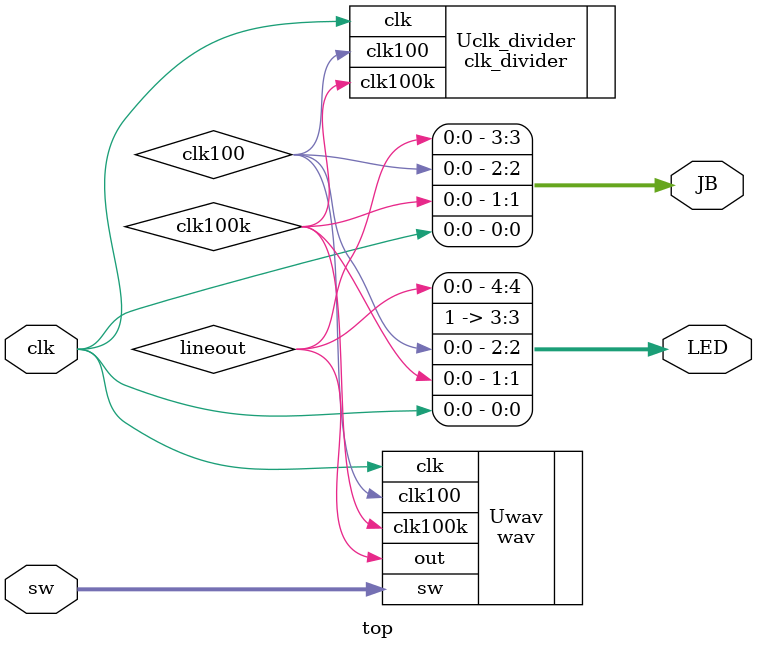
<source format=v>
`timescale 1ns / 1ps
module top(JB, LED, clk, sw);

    output[0:3] JB; //output pin
    output[0:4] LED; //output for LEDs
    input clk; //main clock
    input [9:0]sw; //dip switches
    
    wire clk100; //wires to move signals around
    wire clk100k;
    wire lineout;
    
    assign JB[0] = lineout; //assign variables to hardware outputs
    assign JB[1] = clk100;
    assign JB[2] = clk100k;
    assign JB[3] = clk;
    
    assign LED[0] = lineout; //assign variables to LEDs
    assign LED[1] = 1'b1; //high to compare brightness to output
    assign LED[2] = clk100;
    assign LED[3] = clk100k;
    assign LED[4] = clk;
      
    clk_divider Uclk_divider ( //uses module to create the sub clocks
    
    .clk    (clk), //input main clock
    .clk100 (clk100), //output 100 Hz clock
    .clk100k (clk100k) //output 100 KHz clock
     );
     
     wav Uwav(
     
     .out     (lineout), //output
     .clk     (clk), //main clock
     .clk100  (clk100), //100 Hz clock
     .clk100k (clk100k), //100 KHz clock
     .sw      (sw) //switch inputs
     );
    
endmodule
</source>
